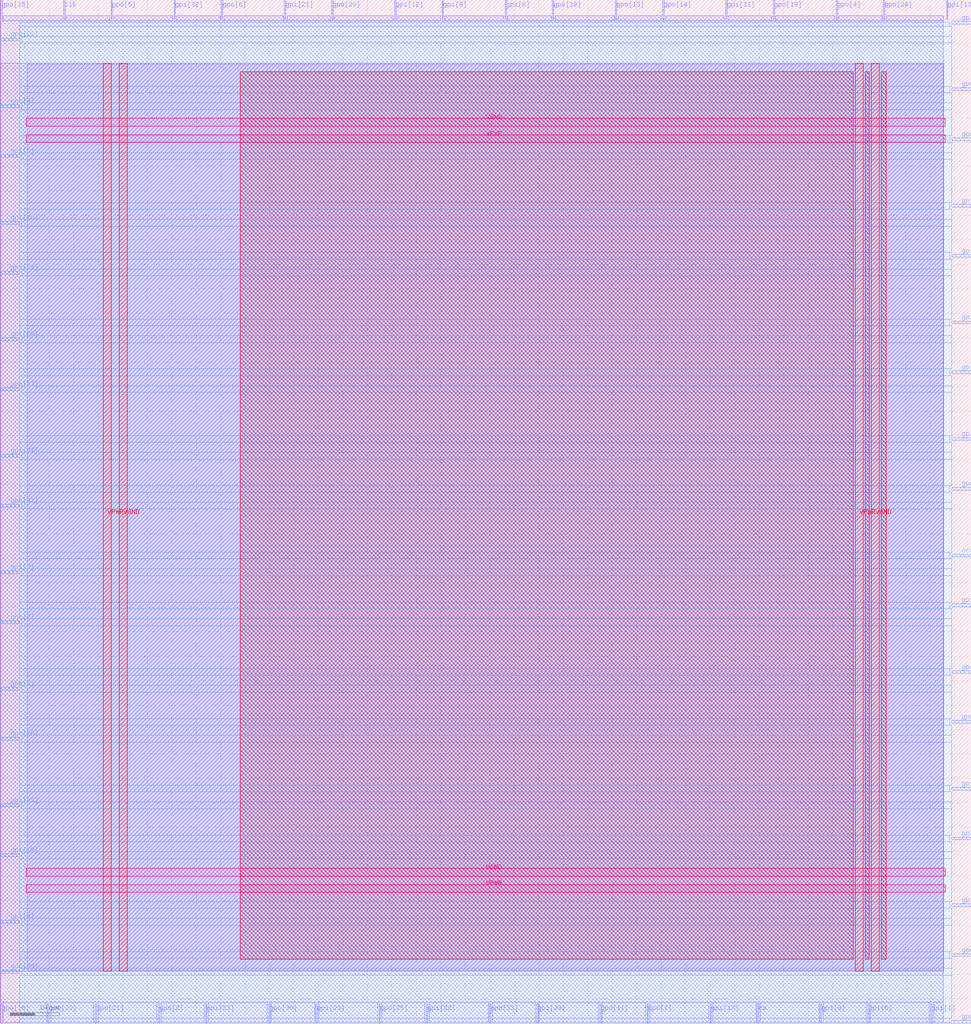
<source format=lef>
VERSION 5.7 ;
  NOWIREEXTENSIONATPIN ON ;
  DIVIDERCHAR "/" ;
  BUSBITCHARS "[]" ;
MACRO Eighty_Twos
  CLASS BLOCK ;
  FOREIGN Eighty_Twos ;
  ORIGIN 0.000 0.000 ;
  SIZE 198.335 BY 209.055 ;
  PIN VGND
    DIRECTION INOUT ;
    USE GROUND ;
    PORT
      LAYER met4 ;
        RECT 24.340 10.640 25.940 196.080 ;
    END
    PORT
      LAYER met4 ;
        RECT 177.940 10.640 179.540 196.080 ;
    END
    PORT
      LAYER met5 ;
        RECT 5.280 30.030 192.980 31.630 ;
    END
    PORT
      LAYER met5 ;
        RECT 5.280 183.210 192.980 184.810 ;
    END
  END VGND
  PIN VPWR
    DIRECTION INOUT ;
    USE POWER ;
    PORT
      LAYER met4 ;
        RECT 21.040 10.640 22.640 196.080 ;
    END
    PORT
      LAYER met4 ;
        RECT 174.640 10.640 176.240 196.080 ;
    END
    PORT
      LAYER met5 ;
        RECT 5.280 26.730 192.980 28.330 ;
    END
    PORT
      LAYER met5 ;
        RECT 5.280 179.910 192.980 181.510 ;
    END
  END VPWR
  PIN clk
    DIRECTION INPUT ;
    USE SIGNAL ;
    ANTENNAGATEAREA 0.852000 ;
    PORT
      LAYER met2 ;
        RECT 12.970 205.055 13.250 209.055 ;
    END
  END clk
  PIN cs
    DIRECTION INPUT ;
    USE SIGNAL ;
    ANTENNAGATEAREA 0.247500 ;
    PORT
      LAYER met2 ;
        RECT 154.650 0.000 154.930 4.000 ;
    END
  END cs
  PIN gpi[0]
    DIRECTION INPUT ;
    USE SIGNAL ;
    ANTENNAGATEAREA 0.213000 ;
    PORT
      LAYER met3 ;
        RECT 0.000 176.840 4.000 177.440 ;
    END
  END gpi[0]
  PIN gpi[10]
    DIRECTION INPUT ;
    USE SIGNAL ;
    PORT
      LAYER met3 ;
        RECT 0.000 163.240 4.000 163.840 ;
    END
  END gpi[10]
  PIN gpi[11]
    DIRECTION INPUT ;
    USE SIGNAL ;
    PORT
      LAYER met3 ;
        RECT 194.335 119.040 198.335 119.640 ;
    END
  END gpi[11]
  PIN gpi[12]
    DIRECTION INPUT ;
    USE SIGNAL ;
    PORT
      LAYER met2 ;
        RECT 80.590 205.055 80.870 209.055 ;
    END
  END gpi[12]
  PIN gpi[13]
    DIRECTION INPUT ;
    USE SIGNAL ;
    PORT
      LAYER met2 ;
        RECT 193.290 205.055 193.570 209.055 ;
    END
  END gpi[13]
  PIN gpi[14]
    DIRECTION INPUT ;
    USE SIGNAL ;
    PORT
      LAYER met3 ;
        RECT 194.335 142.840 198.335 143.440 ;
    END
  END gpi[14]
  PIN gpi[15]
    DIRECTION INPUT ;
    USE SIGNAL ;
    PORT
      LAYER met3 ;
        RECT 194.335 37.440 198.335 38.040 ;
    END
  END gpi[15]
  PIN gpi[16]
    DIRECTION INPUT ;
    USE SIGNAL ;
    PORT
      LAYER met3 ;
        RECT 194.335 132.640 198.335 133.240 ;
    END
  END gpi[16]
  PIN gpi[17]
    DIRECTION INPUT ;
    USE SIGNAL ;
    PORT
      LAYER met2 ;
        RECT 144.990 0.000 145.270 4.000 ;
    END
  END gpi[17]
  PIN gpi[18]
    DIRECTION INPUT ;
    USE SIGNAL ;
    PORT
      LAYER met3 ;
        RECT 194.335 47.640 198.335 48.240 ;
    END
  END gpi[18]
  PIN gpi[19]
    DIRECTION INPUT ;
    USE SIGNAL ;
    PORT
      LAYER met3 ;
        RECT 0.000 34.040 4.000 34.640 ;
    END
  END gpi[19]
  PIN gpi[1]
    DIRECTION INPUT ;
    USE SIGNAL ;
    ANTENNAGATEAREA 0.159000 ;
    PORT
      LAYER met2 ;
        RECT 190.070 0.000 190.350 4.000 ;
    END
  END gpi[1]
  PIN gpi[20]
    DIRECTION INPUT ;
    USE SIGNAL ;
    PORT
      LAYER met3 ;
        RECT 194.335 23.840 198.335 24.440 ;
    END
  END gpi[20]
  PIN gpi[21]
    DIRECTION INPUT ;
    USE SIGNAL ;
    PORT
      LAYER met2 ;
        RECT 58.050 205.055 58.330 209.055 ;
    END
  END gpi[21]
  PIN gpi[22]
    DIRECTION INPUT ;
    USE SIGNAL ;
    PORT
      LAYER met2 ;
        RECT 87.030 0.000 87.310 4.000 ;
    END
  END gpi[22]
  PIN gpi[23]
    DIRECTION INPUT ;
    USE SIGNAL ;
    ANTENNAGATEAREA 0.159000 ;
    PORT
      LAYER met2 ;
        RECT 64.490 0.000 64.770 4.000 ;
    END
  END gpi[23]
  PIN gpi[24]
    DIRECTION INPUT ;
    USE SIGNAL ;
    PORT
      LAYER met3 ;
        RECT 0.000 153.040 4.000 153.640 ;
    END
  END gpi[24]
  PIN gpi[25]
    DIRECTION INPUT ;
    USE SIGNAL ;
    PORT
      LAYER met3 ;
        RECT 0.000 44.240 4.000 44.840 ;
    END
  END gpi[25]
  PIN gpi[26]
    DIRECTION INPUT ;
    USE SIGNAL ;
    PORT
      LAYER met3 ;
        RECT 194.335 156.440 198.335 157.040 ;
    END
  END gpi[26]
  PIN gpi[27]
    DIRECTION INPUT ;
    USE SIGNAL ;
    PORT
      LAYER met3 ;
        RECT 0.000 115.640 4.000 116.240 ;
    END
  END gpi[27]
  PIN gpi[28]
    DIRECTION INPUT ;
    USE SIGNAL ;
    PORT
      LAYER met2 ;
        RECT 109.570 0.000 109.850 4.000 ;
    END
  END gpi[28]
  PIN gpi[29]
    DIRECTION INPUT ;
    USE SIGNAL ;
    PORT
      LAYER met3 ;
        RECT 0.000 139.440 4.000 140.040 ;
    END
  END gpi[29]
  PIN gpi[2]
    DIRECTION INPUT ;
    USE SIGNAL ;
    ANTENNAGATEAREA 0.159000 ;
    PORT
      LAYER met3 ;
        RECT 194.335 166.640 198.335 167.240 ;
    END
  END gpi[2]
  PIN gpi[30]
    DIRECTION INPUT ;
    USE SIGNAL ;
    PORT
      LAYER met3 ;
        RECT 194.335 85.040 198.335 85.640 ;
    END
  END gpi[30]
  PIN gpi[31]
    DIRECTION INPUT ;
    USE SIGNAL ;
    PORT
      LAYER met2 ;
        RECT 148.210 205.055 148.490 209.055 ;
    END
  END gpi[31]
  PIN gpi[32]
    DIRECTION INPUT ;
    USE SIGNAL ;
    PORT
      LAYER met2 ;
        RECT 35.510 205.055 35.790 209.055 ;
    END
  END gpi[32]
  PIN gpi[33]
    DIRECTION INPUT ;
    USE SIGNAL ;
    PORT
      LAYER met2 ;
        RECT 41.950 0.000 42.230 4.000 ;
    END
  END gpi[33]
  PIN gpi[3]
    DIRECTION INPUT ;
    USE SIGNAL ;
    ANTENNAGATEAREA 0.126000 ;
    PORT
      LAYER met3 ;
        RECT 0.000 91.840 4.000 92.440 ;
    END
  END gpi[3]
  PIN gpi[4]
    DIRECTION INPUT ;
    USE SIGNAL ;
    ANTENNAGATEAREA 0.213000 ;
    PORT
      LAYER met3 ;
        RECT 0.000 20.440 4.000 21.040 ;
    END
  END gpi[4]
  PIN gpi[5]
    DIRECTION INPUT ;
    USE SIGNAL ;
    ANTENNAGATEAREA 0.213000 ;
    PORT
      LAYER met2 ;
        RECT 177.190 0.000 177.470 4.000 ;
    END
  END gpi[5]
  PIN gpi[6]
    DIRECTION INPUT ;
    USE SIGNAL ;
    ANTENNAGATEAREA 0.213000 ;
    PORT
      LAYER met2 ;
        RECT 103.130 205.055 103.410 209.055 ;
    END
  END gpi[6]
  PIN gpi[7]
    DIRECTION INPUT ;
    USE SIGNAL ;
    ANTENNAGATEAREA 0.213000 ;
    PORT
      LAYER met3 ;
        RECT 194.335 204.040 198.335 204.640 ;
    END
  END gpi[7]
  PIN gpi[8]
    DIRECTION INPUT ;
    USE SIGNAL ;
    PORT
      LAYER met2 ;
        RECT 167.530 0.000 167.810 4.000 ;
    END
  END gpi[8]
  PIN gpi[9]
    DIRECTION INPUT ;
    USE SIGNAL ;
    PORT
      LAYER met2 ;
        RECT 90.250 205.055 90.530 209.055 ;
    END
  END gpi[9]
  PIN gpo[0]
    DIRECTION OUTPUT TRISTATE ;
    USE SIGNAL ;
    ANTENNADIFFAREA 0.445500 ;
    PORT
      LAYER met3 ;
        RECT 194.335 13.640 198.335 14.240 ;
    END
  END gpo[0]
  PIN gpo[10]
    DIRECTION OUTPUT TRISTATE ;
    USE SIGNAL ;
    ANTENNADIFFAREA 0.795200 ;
    PORT
      LAYER met3 ;
        RECT 194.335 61.240 198.335 61.840 ;
    END
  END gpo[10]
  PIN gpo[11]
    DIRECTION OUTPUT TRISTATE ;
    USE SIGNAL ;
    ANTENNADIFFAREA 0.795200 ;
    PORT
      LAYER met2 ;
        RECT 122.450 0.000 122.730 4.000 ;
    END
  END gpo[11]
  PIN gpo[12]
    DIRECTION OUTPUT TRISTATE ;
    USE SIGNAL ;
    ANTENNADIFFAREA 0.445500 ;
    PORT
      LAYER met3 ;
        RECT 194.335 71.440 198.335 72.040 ;
    END
  END gpo[12]
  PIN gpo[13]
    DIRECTION OUTPUT TRISTATE ;
    USE SIGNAL ;
    ANTENNADIFFAREA 0.445500 ;
    PORT
      LAYER met2 ;
        RECT 125.670 205.055 125.950 209.055 ;
    END
  END gpo[13]
  PIN gpo[14]
    DIRECTION OUTPUT TRISTATE ;
    USE SIGNAL ;
    ANTENNADIFFAREA 0.795200 ;
    PORT
      LAYER met2 ;
        RECT 135.330 205.055 135.610 209.055 ;
    END
  END gpo[14]
  PIN gpo[15]
    DIRECTION OUTPUT TRISTATE ;
    USE SIGNAL ;
    ANTENNADIFFAREA 0.795200 ;
    PORT
      LAYER met2 ;
        RECT 0.090 205.055 0.370 209.055 ;
    END
  END gpo[15]
  PIN gpo[16]
    DIRECTION OUTPUT TRISTATE ;
    USE SIGNAL ;
    ANTENNADIFFAREA 0.795200 ;
    PORT
      LAYER met2 ;
        RECT 0.090 0.000 0.370 4.000 ;
    END
  END gpo[16]
  PIN gpo[17]
    DIRECTION OUTPUT TRISTATE ;
    USE SIGNAL ;
    ANTENNADIFFAREA 0.795200 ;
    PORT
      LAYER met3 ;
        RECT 0.000 129.240 4.000 129.840 ;
    END
  END gpo[17]
  PIN gpo[18]
    DIRECTION OUTPUT TRISTATE ;
    USE SIGNAL ;
    ANTENNADIFFAREA 0.445500 ;
    PORT
      LAYER met2 ;
        RECT 112.790 205.055 113.070 209.055 ;
    END
  END gpo[18]
  PIN gpo[19]
    DIRECTION OUTPUT TRISTATE ;
    USE SIGNAL ;
    ANTENNADIFFAREA 0.795200 ;
    PORT
      LAYER met2 ;
        RECT 157.870 205.055 158.150 209.055 ;
    END
  END gpo[19]
  PIN gpo[1]
    DIRECTION OUTPUT TRISTATE ;
    USE SIGNAL ;
    ANTENNADIFFAREA 0.445500 ;
    PORT
      LAYER met3 ;
        RECT 194.335 190.440 198.335 191.040 ;
    END
  END gpo[1]
  PIN gpo[20]
    DIRECTION OUTPUT TRISTATE ;
    USE SIGNAL ;
    ANTENNADIFFAREA 0.795200 ;
    PORT
      LAYER met2 ;
        RECT 67.710 205.055 67.990 209.055 ;
    END
  END gpo[20]
  PIN gpo[21]
    DIRECTION OUTPUT TRISTATE ;
    USE SIGNAL ;
    ANTENNADIFFAREA 0.795200 ;
    PORT
      LAYER met2 ;
        RECT 19.410 0.000 19.690 4.000 ;
    END
  END gpo[21]
  PIN gpo[22]
    DIRECTION OUTPUT TRISTATE ;
    USE SIGNAL ;
    ANTENNADIFFAREA 0.445500 ;
    PORT
      LAYER met2 ;
        RECT 9.750 0.000 10.030 4.000 ;
    END
  END gpo[22]
  PIN gpo[23]
    DIRECTION OUTPUT TRISTATE ;
    USE SIGNAL ;
    ANTENNADIFFAREA 0.795200 ;
    PORT
      LAYER met3 ;
        RECT 0.000 200.640 4.000 201.240 ;
    END
  END gpo[23]
  PIN gpo[24]
    DIRECTION OUTPUT TRISTATE ;
    USE SIGNAL ;
    ANTENNADIFFAREA 0.445500 ;
    PORT
      LAYER met2 ;
        RECT 180.410 205.055 180.690 209.055 ;
    END
  END gpo[24]
  PIN gpo[25]
    DIRECTION OUTPUT TRISTATE ;
    USE SIGNAL ;
    ANTENNADIFFAREA 0.795200 ;
    PORT
      LAYER met2 ;
        RECT 77.370 0.000 77.650 4.000 ;
    END
  END gpo[25]
  PIN gpo[26]
    DIRECTION OUTPUT TRISTATE ;
    USE SIGNAL ;
    ANTENNADIFFAREA 0.445500 ;
    PORT
      LAYER met3 ;
        RECT 194.335 180.240 198.335 180.840 ;
    END
  END gpo[26]
  PIN gpo[27]
    DIRECTION OUTPUT TRISTATE ;
    USE SIGNAL ;
    ANTENNADIFFAREA 0.795200 ;
    PORT
      LAYER met3 ;
        RECT 194.335 0.040 198.335 0.640 ;
    END
  END gpo[27]
  PIN gpo[28]
    DIRECTION OUTPUT TRISTATE ;
    USE SIGNAL ;
    ANTENNADIFFAREA 0.795200 ;
    PORT
      LAYER met3 ;
        RECT 0.000 57.840 4.000 58.440 ;
    END
  END gpo[28]
  PIN gpo[29]
    DIRECTION OUTPUT TRISTATE ;
    USE SIGNAL ;
    ANTENNADIFFAREA 0.795200 ;
    PORT
      LAYER met3 ;
        RECT 0.000 10.240 4.000 10.840 ;
    END
  END gpo[29]
  PIN gpo[2]
    DIRECTION OUTPUT TRISTATE ;
    USE SIGNAL ;
    ANTENNADIFFAREA 0.795200 ;
    PORT
      LAYER met2 ;
        RECT 32.290 0.000 32.570 4.000 ;
    END
  END gpo[2]
  PIN gpo[30]
    DIRECTION OUTPUT TRISTATE ;
    USE SIGNAL ;
    ANTENNADIFFAREA 0.795200 ;
    PORT
      LAYER met2 ;
        RECT 54.830 0.000 55.110 4.000 ;
    END
  END gpo[30]
  PIN gpo[31]
    DIRECTION OUTPUT TRISTATE ;
    USE SIGNAL ;
    ANTENNADIFFAREA 0.795200 ;
    PORT
      LAYER met3 ;
        RECT 0.000 105.440 4.000 106.040 ;
    END
  END gpo[31]
  PIN gpo[32]
    DIRECTION OUTPUT TRISTATE ;
    USE SIGNAL ;
    ANTENNADIFFAREA 0.445500 ;
    PORT
      LAYER met3 ;
        RECT 194.335 108.840 198.335 109.440 ;
    END
  END gpo[32]
  PIN gpo[33]
    DIRECTION OUTPUT TRISTATE ;
    USE SIGNAL ;
    ANTENNADIFFAREA 0.445500 ;
    PORT
      LAYER met2 ;
        RECT 99.910 0.000 100.190 4.000 ;
    END
  END gpo[33]
  PIN gpo[3]
    DIRECTION OUTPUT TRISTATE ;
    USE SIGNAL ;
    ANTENNADIFFAREA 0.795200 ;
    PORT
      LAYER met3 ;
        RECT 0.000 81.640 4.000 82.240 ;
    END
  END gpo[3]
  PIN gpo[4]
    DIRECTION OUTPUT TRISTATE ;
    USE SIGNAL ;
    ANTENNADIFFAREA 0.795200 ;
    PORT
      LAYER met2 ;
        RECT 170.750 205.055 171.030 209.055 ;
    END
  END gpo[4]
  PIN gpo[5]
    DIRECTION OUTPUT TRISTATE ;
    USE SIGNAL ;
    ANTENNADIFFAREA 0.445500 ;
    PORT
      LAYER met2 ;
        RECT 22.630 205.055 22.910 209.055 ;
    END
  END gpo[5]
  PIN gpo[6]
    DIRECTION OUTPUT TRISTATE ;
    USE SIGNAL ;
    ANTENNADIFFAREA 0.445500 ;
    PORT
      LAYER met2 ;
        RECT 45.170 205.055 45.450 209.055 ;
    END
  END gpo[6]
  PIN gpo[7]
    DIRECTION OUTPUT TRISTATE ;
    USE SIGNAL ;
    ANTENNADIFFAREA 0.795200 ;
    PORT
      LAYER met2 ;
        RECT 132.110 0.000 132.390 4.000 ;
    END
  END gpo[7]
  PIN gpo[8]
    DIRECTION OUTPUT TRISTATE ;
    USE SIGNAL ;
    ANTENNADIFFAREA 0.795200 ;
    PORT
      LAYER met3 ;
        RECT 0.000 68.040 4.000 68.640 ;
    END
  END gpo[8]
  PIN gpo[9]
    DIRECTION OUTPUT TRISTATE ;
    USE SIGNAL ;
    ANTENNADIFFAREA 0.795200 ;
    PORT
      LAYER met3 ;
        RECT 0.000 187.040 4.000 187.640 ;
    END
  END gpo[9]
  PIN nrst
    DIRECTION INPUT ;
    USE SIGNAL ;
    ANTENNAGATEAREA 0.247500 ;
    PORT
      LAYER met3 ;
        RECT 194.335 95.240 198.335 95.840 ;
    END
  END nrst
  OBS
      LAYER li1 ;
        RECT 5.520 10.795 192.740 195.925 ;
      LAYER met1 ;
        RECT 0.070 10.640 192.740 196.080 ;
      LAYER met2 ;
        RECT 0.650 204.775 12.690 205.770 ;
        RECT 13.530 204.775 22.350 205.770 ;
        RECT 23.190 204.775 35.230 205.770 ;
        RECT 36.070 204.775 44.890 205.770 ;
        RECT 45.730 204.775 57.770 205.770 ;
        RECT 58.610 204.775 67.430 205.770 ;
        RECT 68.270 204.775 80.310 205.770 ;
        RECT 81.150 204.775 89.970 205.770 ;
        RECT 90.810 204.775 102.850 205.770 ;
        RECT 103.690 204.775 112.510 205.770 ;
        RECT 113.350 204.775 125.390 205.770 ;
        RECT 126.230 204.775 135.050 205.770 ;
        RECT 135.890 204.775 147.930 205.770 ;
        RECT 148.770 204.775 157.590 205.770 ;
        RECT 158.430 204.775 170.470 205.770 ;
        RECT 171.310 204.775 180.130 205.770 ;
        RECT 180.970 204.775 192.650 205.770 ;
        RECT 0.100 4.280 192.650 204.775 ;
        RECT 0.650 0.155 9.470 4.280 ;
        RECT 10.310 0.155 19.130 4.280 ;
        RECT 19.970 0.155 32.010 4.280 ;
        RECT 32.850 0.155 41.670 4.280 ;
        RECT 42.510 0.155 54.550 4.280 ;
        RECT 55.390 0.155 64.210 4.280 ;
        RECT 65.050 0.155 77.090 4.280 ;
        RECT 77.930 0.155 86.750 4.280 ;
        RECT 87.590 0.155 99.630 4.280 ;
        RECT 100.470 0.155 109.290 4.280 ;
        RECT 110.130 0.155 122.170 4.280 ;
        RECT 123.010 0.155 131.830 4.280 ;
        RECT 132.670 0.155 144.710 4.280 ;
        RECT 145.550 0.155 154.370 4.280 ;
        RECT 155.210 0.155 167.250 4.280 ;
        RECT 168.090 0.155 176.910 4.280 ;
        RECT 177.750 0.155 189.790 4.280 ;
        RECT 190.630 0.155 192.650 4.280 ;
      LAYER met3 ;
        RECT 4.000 203.640 193.935 204.505 ;
        RECT 4.000 201.640 194.335 203.640 ;
        RECT 4.400 200.240 194.335 201.640 ;
        RECT 4.000 191.440 194.335 200.240 ;
        RECT 4.000 190.040 193.935 191.440 ;
        RECT 4.000 188.040 194.335 190.040 ;
        RECT 4.400 186.640 194.335 188.040 ;
        RECT 4.000 181.240 194.335 186.640 ;
        RECT 4.000 179.840 193.935 181.240 ;
        RECT 4.000 177.840 194.335 179.840 ;
        RECT 4.400 176.440 194.335 177.840 ;
        RECT 4.000 167.640 194.335 176.440 ;
        RECT 4.000 166.240 193.935 167.640 ;
        RECT 4.000 164.240 194.335 166.240 ;
        RECT 4.400 162.840 194.335 164.240 ;
        RECT 4.000 157.440 194.335 162.840 ;
        RECT 4.000 156.040 193.935 157.440 ;
        RECT 4.000 154.040 194.335 156.040 ;
        RECT 4.400 152.640 194.335 154.040 ;
        RECT 4.000 143.840 194.335 152.640 ;
        RECT 4.000 142.440 193.935 143.840 ;
        RECT 4.000 140.440 194.335 142.440 ;
        RECT 4.400 139.040 194.335 140.440 ;
        RECT 4.000 133.640 194.335 139.040 ;
        RECT 4.000 132.240 193.935 133.640 ;
        RECT 4.000 130.240 194.335 132.240 ;
        RECT 4.400 128.840 194.335 130.240 ;
        RECT 4.000 120.040 194.335 128.840 ;
        RECT 4.000 118.640 193.935 120.040 ;
        RECT 4.000 116.640 194.335 118.640 ;
        RECT 4.400 115.240 194.335 116.640 ;
        RECT 4.000 109.840 194.335 115.240 ;
        RECT 4.000 108.440 193.935 109.840 ;
        RECT 4.000 106.440 194.335 108.440 ;
        RECT 4.400 105.040 194.335 106.440 ;
        RECT 4.000 96.240 194.335 105.040 ;
        RECT 4.000 94.840 193.935 96.240 ;
        RECT 4.000 92.840 194.335 94.840 ;
        RECT 4.400 91.440 194.335 92.840 ;
        RECT 4.000 86.040 194.335 91.440 ;
        RECT 4.000 84.640 193.935 86.040 ;
        RECT 4.000 82.640 194.335 84.640 ;
        RECT 4.400 81.240 194.335 82.640 ;
        RECT 4.000 72.440 194.335 81.240 ;
        RECT 4.000 71.040 193.935 72.440 ;
        RECT 4.000 69.040 194.335 71.040 ;
        RECT 4.400 67.640 194.335 69.040 ;
        RECT 4.000 62.240 194.335 67.640 ;
        RECT 4.000 60.840 193.935 62.240 ;
        RECT 4.000 58.840 194.335 60.840 ;
        RECT 4.400 57.440 194.335 58.840 ;
        RECT 4.000 48.640 194.335 57.440 ;
        RECT 4.000 47.240 193.935 48.640 ;
        RECT 4.000 45.240 194.335 47.240 ;
        RECT 4.400 43.840 194.335 45.240 ;
        RECT 4.000 38.440 194.335 43.840 ;
        RECT 4.000 37.040 193.935 38.440 ;
        RECT 4.000 35.040 194.335 37.040 ;
        RECT 4.400 33.640 194.335 35.040 ;
        RECT 4.000 24.840 194.335 33.640 ;
        RECT 4.000 23.440 193.935 24.840 ;
        RECT 4.000 21.440 194.335 23.440 ;
        RECT 4.400 20.040 194.335 21.440 ;
        RECT 4.000 14.640 194.335 20.040 ;
        RECT 4.000 13.240 193.935 14.640 ;
        RECT 4.000 11.240 194.335 13.240 ;
        RECT 4.400 9.840 194.335 11.240 ;
        RECT 4.000 1.040 194.335 9.840 ;
        RECT 4.000 0.175 193.935 1.040 ;
      LAYER met4 ;
        RECT 49.055 13.095 174.240 194.305 ;
        RECT 176.640 13.095 177.540 194.305 ;
        RECT 179.940 13.095 180.945 194.305 ;
  END
END Eighty_Twos
END LIBRARY


</source>
